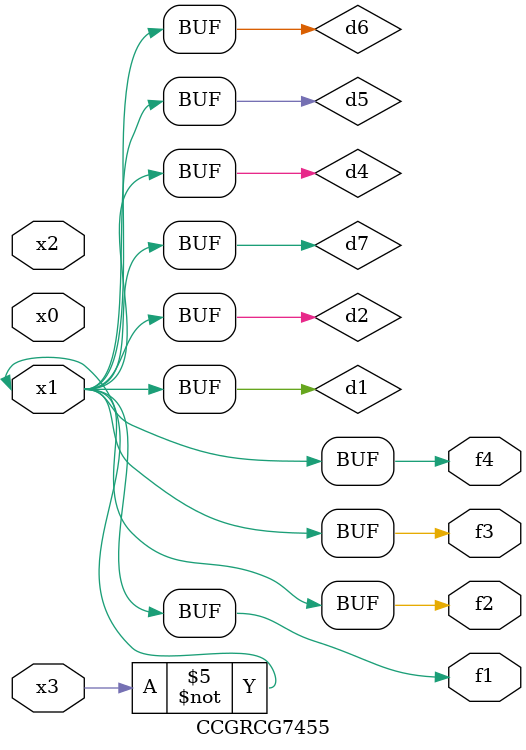
<source format=v>
module CCGRCG7455(
	input x0, x1, x2, x3,
	output f1, f2, f3, f4
);

	wire d1, d2, d3, d4, d5, d6, d7;

	not (d1, x3);
	buf (d2, x1);
	xnor (d3, d1, d2);
	nor (d4, d1);
	buf (d5, d1, d2);
	buf (d6, d4, d5);
	nand (d7, d4);
	assign f1 = d6;
	assign f2 = d7;
	assign f3 = d6;
	assign f4 = d6;
endmodule

</source>
